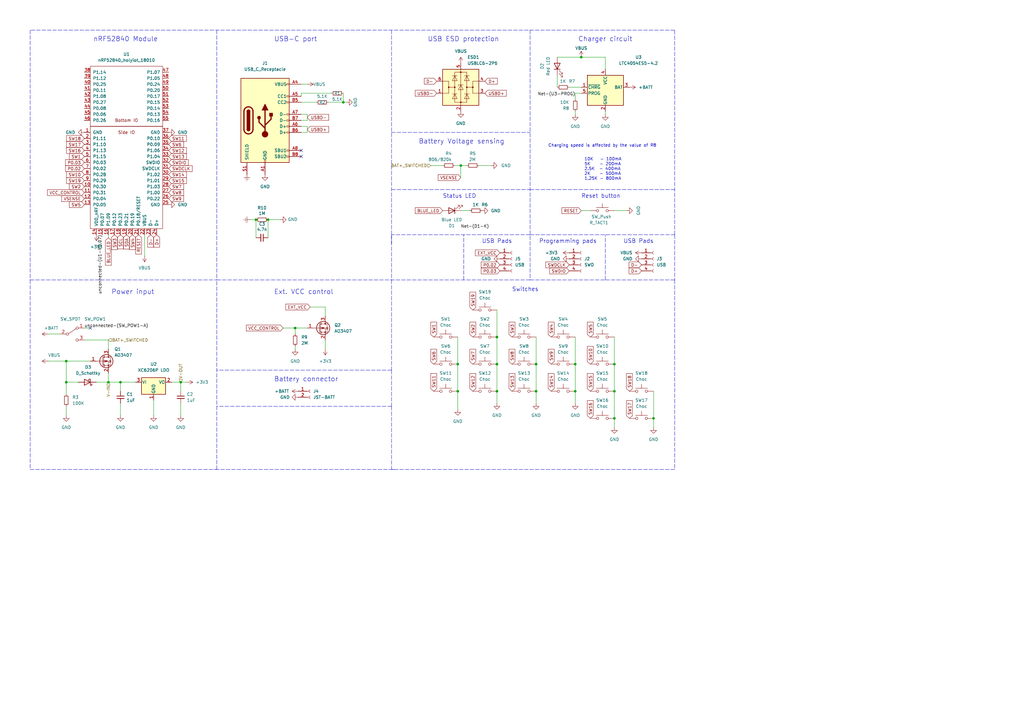
<source format=kicad_sch>
(kicad_sch (version 20231120) (generator "eeschema") (generator_version "8.0")
  (paper "User" 431.8 299.999)
  (lib_symbols
    (symbol "Battery_Management:LTC4054ES5-4.2" (pin_names (offset 0.254))
      (property "Reference" "U" (at -5.842 6.604 0))
      (property "Value" "LTC4054ES5-4.2" (at 1.524 6.604 0))
      (symbol "LTC4054ES5-4.2_1_1"
        (pin open_collector line (at -10.16 0 0) (length 2.54) (name "~{CHRG}") (number "1"))
        (pin power_in line (at 0 -10.16 90) (length 2.54) (name "GND") (number "2"))
        (pin power_out line (at 10.16 0 180) (length 2.54) (name "BAT") (number "3"))
        (pin power_in line (at 0 7.62 270) (length 2.54) (name "VCC") (number "4"))
        (pin bidirectional line (at -10.16 -2.54 0) (length 2.54) (name "PROG") (number "5"))
      )
    )
    (symbol "Connector:Conn_01x02_Female" (pin_names (offset 1.016) hide)
      (property "Reference" "J" (at 0 2.54 0))
      (property "Value" "Conn_01x02_Female" (at 0 -5.08 0))
      (symbol "Conn_01x02_Female_1_1"
        (pin passive line (at -5.08 0 0) (length 3.81) (name "Pin_1") (number "1"))
        (pin passive line (at -5.08 -2.54 0) (length 3.81) (name "Pin_2") (number "2"))
      )
    )
    (symbol "Connector:Conn_01x04_Female" (pin_names (offset 1.016) hide)
      (property "Reference" "J" (at 0 5.08 0))
      (property "Value" "Conn_01x04_Female" (at 0 -7.62 0))
      (symbol "Conn_01x04_Female_1_1"
        (pin passive line (at -5.08 2.54 0) (length 3.81) (name "Pin_1") (number "1"))
        (pin passive line (at -5.08 0 0) (length 3.81) (name "Pin_2") (number "2"))
        (pin passive line (at -5.08 -2.54 0) (length 3.81) (name "Pin_3") (number "3"))
        (pin passive line (at -5.08 -5.08 0) (length 3.81) (name "Pin_4") (number "4"))
      )
    )
    (symbol "Connector:USB_C_Receptacle_USB2.0" (pin_names (offset 1.016))
      (property "Reference" "J" (at -10.16 19.05 0))
      (property "Value" "USB_C_Receptacle_USB2.0" (at 19.05 19.05 0))
      (symbol "USB_C_Receptacle_USB2.0_1_1"
        (pin passive line (at 0 -22.86 90) (length 5.08) (name "GND") (number "A1"))
        (pin passive line (at 0 -22.86 90) (length 5.08) hide (name "GND") (number "A12"))
        (pin passive line (at 15.24 15.24 180) (length 5.08) (name "VBUS") (number "A4"))
        (pin bidirectional line (at 15.24 10.16 180) (length 5.08) (name "CC1") (number "A5"))
        (pin bidirectional line (at 15.24 -2.54 180) (length 5.08) (name "D+") (number "A6"))
        (pin bidirectional line (at 15.24 2.54 180) (length 5.08) (name "D-") (number "A7"))
        (pin bidirectional line (at 15.24 -12.7 180) (length 5.08) (name "SBU1") (number "A8"))
        (pin passive line (at 15.24 15.24 180) (length 5.08) hide (name "VBUS") (number "A9"))
        (pin passive line (at 0 -22.86 90) (length 5.08) hide (name "GND") (number "B1"))
        (pin passive line (at 0 -22.86 90) (length 5.08) hide (name "GND") (number "B12"))
        (pin passive line (at 15.24 15.24 180) (length 5.08) hide (name "VBUS") (number "B4"))
        (pin bidirectional line (at 15.24 7.62 180) (length 5.08) (name "CC2") (number "B5"))
        (pin bidirectional line (at 15.24 -5.08 180) (length 5.08) (name "D+") (number "B6"))
        (pin bidirectional line (at 15.24 0 180) (length 5.08) (name "D-") (number "B7"))
        (pin bidirectional line (at 15.24 -15.24 180) (length 5.08) (name "SBU2") (number "B8"))
        (pin passive line (at 15.24 15.24 180) (length 5.08) hide (name "VBUS") (number "B9"))
        (pin passive line (at -7.62 -22.86 90) (length 5.08) (name "SHIELD") (number "S1"))
      )
    )
    (symbol "Device:C_Small" (pin_numbers hide) (pin_names (offset 0.254) hide)
      (property "Reference" "C" (at 0.254 1.778 0))
      (property "Value" "C_Small" (at 0.254 -2.032 0))
      (symbol "C_Small_1_1"
        (pin passive line (at 0 2.54 270) (length 2.032) (name "~") (number "1"))
        (pin passive line (at 0 -2.54 90) (length 2.032) (name "~") (number "2"))
      )
    )
    (symbol "Device:D_Schottky" (pin_numbers hide) (pin_names (offset 1.016) hide)
      (property "Reference" "D" (at 0 2.54 0))
      (property "Value" "D_Schottky" (at 0 -2.54 0))
      (symbol "D_Schottky_1_1"
        (pin passive line (at -3.81 0 0) (length 2.54) (name "K") (number "1"))
        (pin passive line (at 3.81 0 180) (length 2.54) (name "A") (number "2"))
      )
    )
    (symbol "Device:LED" (pin_numbers hide) (pin_names (offset 1.016) hide)
      (property "Reference" "D" (at 0 2.54 0))
      (property "Value" "LED" (at 0 -2.54 0))
      (symbol "LED_1_1"
        (pin passive line (at -3.81 0 0) (length 2.54) (name "K") (number "1"))
        (pin passive line (at 3.81 0 180) (length 2.54) (name "A") (number "2"))
      )
    )
    (symbol "Device:R_Small" (pin_numbers hide) (pin_names (offset 0.254) hide)
      (property "Reference" "R" (at 0.762 0.508 0))
      (property "Value" "R_Small" (at 0.762 -1.016 0))
      (symbol "R_Small_1_1"
        (pin passive line (at 0 2.54 270) (length 0.762) (name "~") (number "1"))
        (pin passive line (at 0 -2.54 90) (length 0.762) (name "~") (number "2"))
      )
    )
    (symbol "Power_Protection:USBLC6-2P6" (pin_names hide)
      (property "Reference" "U" (at 2.54 8.89 0))
      (property "Value" "USBLC6-2P6" (at 2.54 -8.89 0))
      (symbol "USBLC6-2P6_1_1"
        (pin passive line (at -10.16 -2.54 0) (length 2.54) (name "I/O1") (number "1"))
        (pin passive line (at 0 -10.16 90) (length 2.54) (name "GND") (number "2"))
        (pin passive line (at 10.16 -2.54 180) (length 2.54) (name "I/O2") (number "3"))
        (pin passive line (at 10.16 2.54 180) (length 2.54) (name "I/O2") (number "4"))
        (pin passive line (at 0 10.16 270) (length 2.54) (name "VBUS") (number "5"))
        (pin passive line (at -10.16 2.54 0) (length 2.54) (name "I/O1") (number "6"))
      )
    )
    (symbol "Switch:SW_Push" (pin_numbers hide) (pin_names (offset 1.016) hide)
      (property "Reference" "SW" (at 1.27 2.54 0))
      (property "Value" "SW_Push" (at 0 -1.524 0))
      (symbol "SW_Push_0_1"
        (pin passive line (at -5.08 0 0) (length 2.54) (name "1") (number "1"))
        (pin passive line (at 5.08 0 180) (length 2.54) (name "2") (number "2"))
      )
    )
    (symbol "Switch:SW_SPDT" (pin_names (offset 0) hide)
      (property "Reference" "SW" (at 0 4.318 0))
      (property "Value" "SW_SPDT" (at 0 -5.08 0))
      (symbol "SW_SPDT_1_1"
        (pin passive line (at 5.08 2.54 180) (length 2.54) (name "A") (number "1"))
        (pin passive line (at -5.08 0 0) (length 2.54) (name "B") (number "2"))
        (pin passive line (at 5.08 -2.54 180) (length 2.54) (name "C") (number "3"))
      )
    )
    (symbol "Transistor_FET:AO3401A" (pin_names hide)
      (property "Reference" "Q" (at 5.08 1.905 0))
      (property "Value" "AO3401A" (at 5.08 0 0))
      (symbol "AO3401A_1_1"
        (pin input line (at -5.08 0 0) (length 2.54) (name "G") (number "1"))
        (pin passive line (at 2.54 -5.08 90) (length 2.54) (name "S") (number "2"))
        (pin passive line (at 2.54 5.08 270) (length 2.54) (name "D") (number "3"))
      )
    )
    (symbol "kicad-keyboard-parts:XC6206PxxxMR-Regulator_Linear" (pin_names (offset 0.254))
      (property "Reference" "U" (at -3.81 3.175 0))
      (property "Value" "XC6206PxxxMR-Regulator_Linear" (at 0 3.175 0))
      (property "LCSC" "C5446" (at 0 0 0))
      (symbol "XC6206PxxxMR-Regulator_Linear_1_1"
        (pin power_in line (at 0 -7.62 90) (length 2.54) (name "GND") (number "1"))
        (pin power_out line (at 7.62 0 180) (length 2.54) (name "VO") (number "2"))
        (pin power_in line (at -7.62 0 0) (length 2.54) (name "VI") (number "3"))
      )
    )
    (symbol "kicad-keyboard-parts:nRF52840_holyiot_18010" (pin_names (offset 1.016))
      (property "Reference" "U" (at -2.54 39.37 0))
      (property "Value" "nRF52840_holyiot_18010" (at 0 36.83 0))
      (symbol "nRF52840_holyiot_18010_0_0"
        (text "Bottom IO" (at 0 11.43 0) (effects (font (size 1.27 1.27))))
        (text "Side IO" (at 0 6.35 0) (effects (font (size 1.27 1.27))))
      )
      (symbol "nRF52840_holyiot_18010_1_1"
        (pin power_in line (at -17.78 6.35 0) (length 2.54) (name "GND") (number "1"))
        (pin bidirectional line (at -17.78 -16.51 0) (length 2.54) (name "P0.30") (number "10"))
        (pin bidirectional line (at -17.78 -19.05 0) (length 2.54) (name "P0.31") (number "11"))
        (pin bidirectional line (at -17.78 -21.59 0) (length 2.54) (name "P0.04") (number "12"))
        (pin bidirectional line (at -17.78 -24.13 0) (length 2.54) (name "P0.05") (number "13"))
        (pin power_in line (at -12.7 -36.83 90) (length 2.54) (name "VDD_nRF") (number "14"))
        (pin bidirectional line (at -10.16 -36.83 90) (length 2.54) (name "P0.07") (number "15"))
        (pin bidirectional line (at -7.62 -36.83 90) (length 2.54) (name "P1.09") (number "16"))
        (pin bidirectional line (at -5.08 -36.83 90) (length 2.54) (name "P0.12") (number "17"))
        (pin bidirectional line (at -2.54 -36.83 90) (length 2.54) (name "P0.23") (number "18"))
        (pin bidirectional line (at 0 -36.83 90) (length 2.54) (name "P0.21") (number "19"))
        (pin bidirectional line (at -17.78 3.81 0) (length 2.54) (name "P1.11") (number "2"))
        (pin bidirectional line (at 2.54 -36.83 90) (length 2.54) (name "P0.19") (number "20"))
        (pin input line (at 5.08 -36.83 90) (length 2.54) (name "P0.18/RESET") (number "21"))
        (pin power_in line (at 7.62 -36.83 90) (length 2.54) (name "VBUS") (number "22"))
        (pin bidirectional line (at 10.16 -36.83 90) (length 2.54) (name "D-") (number "23"))
        (pin bidirectional line (at 12.7 -36.83 90) (length 2.54) (name "D+") (number "24"))
        (pin power_in line (at 17.78 -24.13 180) (length 2.54) (name "GND") (number "25"))
        (pin bidirectional line (at 17.78 -21.59 180) (length 2.54) (name "P0.22") (number "26"))
        (pin bidirectional line (at 17.78 -19.05 180) (length 2.54) (name "P1.00") (number "27"))
        (pin bidirectional line (at 17.78 -16.51 180) (length 2.54) (name "P1.03") (number "28"))
        (pin bidirectional line (at 17.78 -13.97 180) (length 2.54) (name "P1.01") (number "29"))
        (pin bidirectional line (at -17.78 1.27 0) (length 2.54) (name "P1.10") (number "3"))
        (pin bidirectional line (at 17.78 -11.43 180) (length 2.54) (name "P1.02") (number "30"))
        (pin bidirectional line (at 17.78 -8.89 180) (length 2.54) (name "SWDCLK") (number "31"))
        (pin bidirectional line (at 17.78 -6.35 180) (length 2.54) (name "SWDIO") (number "32"))
        (pin bidirectional line (at 17.78 -3.81 180) (length 2.54) (name "P1.04") (number "33"))
        (pin bidirectional line (at 17.78 -1.27 180) (length 2.54) (name "P1.06") (number "34"))
        (pin bidirectional line (at 17.78 1.27 180) (length 2.54) (name "P0.09") (number "35"))
        (pin bidirectional line (at 17.78 3.81 180) (length 2.54) (name "P0.10") (number "36"))
        (pin power_in line (at 17.78 6.35 180) (length 2.54) (name "GND") (number "37"))
        (pin bidirectional line (at -17.78 31.75 0) (length 2.54) (name "P1.14") (number "38"))
        (pin bidirectional line (at -17.78 29.21 0) (length 2.54) (name "P1.12") (number "39"))
        (pin bidirectional line (at -17.78 -1.27 0) (length 2.54) (name "P1.13") (number "4"))
        (pin bidirectional line (at -17.78 26.67 0) (length 2.54) (name "P0.25") (number "40"))
        (pin bidirectional line (at -17.78 24.13 0) (length 2.54) (name "P0.11") (number "41"))
        (pin bidirectional line (at -17.78 21.59 0) (length 2.54) (name "P1.08") (number "42"))
        (pin bidirectional line (at -17.78 19.05 0) (length 2.54) (name "P0.27") (number "43"))
        (pin bidirectional line (at -17.78 16.51 0) (length 2.54) (name "P0.08") (number "44"))
        (pin bidirectional line (at -17.78 13.97 0) (length 2.54) (name "P0.06") (number "45"))
        (pin bidirectional line (at -17.78 11.43 0) (length 2.54) (name "P0.26") (number "46"))
        (pin bidirectional line (at 17.78 31.75 180) (length 2.54) (name "P1.07") (number "47"))
        (pin bidirectional line (at 17.78 29.21 180) (length 2.54) (name "P1.05") (number "48"))
        (pin bidirectional line (at 17.78 26.67 180) (length 2.54) (name "P0.24") (number "49"))
        (pin bidirectional line (at -17.78 -3.81 0) (length 2.54) (name "P1.15") (number "5"))
        (pin bidirectional line (at 17.78 24.13 180) (length 2.54) (name "P0.20") (number "50"))
        (pin bidirectional line (at 17.78 21.59 180) (length 2.54) (name "P0.17") (number "51"))
        (pin bidirectional line (at 17.78 19.05 180) (length 2.54) (name "P0.15") (number "52"))
        (pin bidirectional line (at 17.78 16.51 180) (length 2.54) (name "P0.14") (number "53"))
        (pin bidirectional line (at 17.78 13.97 180) (length 2.54) (name "P0.13") (number "54"))
        (pin bidirectional line (at 17.78 11.43 180) (length 2.54) (name "P0.16") (number "55"))
        (pin bidirectional line (at -17.78 -6.35 0) (length 2.54) (name "P0.03") (number "6"))
        (pin bidirectional line (at -17.78 -8.89 0) (length 2.54) (name "P0.02") (number "7"))
        (pin bidirectional line (at -17.78 -11.43 0) (length 2.54) (name "P0.28") (number "8"))
        (pin bidirectional line (at -17.78 -13.97 0) (length 2.54) (name "P0.29") (number "9"))
      )
    )
    (symbol "power:+3.3V" (power) (pin_names (offset 0))
      (property "Value" "+3.3V" (at 0 3.556 0))
      (symbol "+3.3V_1_1"
        (pin power_in line (at 0 0 90) (length 0) hide (name "+3V3") (number "1"))
      )
    )
    (symbol "power:+BATT" (power) (pin_names (offset 0))
      (property "Value" "+BATT" (at 0 3.556 0))
      (symbol "+BATT_1_1"
        (pin power_in line (at 0 0 90) (length 0) hide (name "+BATT") (number "1"))
      )
    )
    (symbol "power:Earth" (power) (pin_names (offset 0))
      (symbol "Earth_1_1"
        (pin power_in line (at 0 0 270) (length 0) hide (name "Earth") (number "1"))
      )
    )
    (symbol "power:GND" (power) (pin_names (offset 0))
      (property "Value" "GND" (at 0 -3.81 0))
      (symbol "GND_1_1"
        (pin power_in line (at 0 0 270) (length 0) hide (name "GND") (number "1"))
      )
    )
    (symbol "power:VBUS" (power) (pin_names (offset 0))
      (property "Value" "VBUS" (at 0 3.81 0))
      (symbol "VBUS_1_1"
        (pin power_in line (at 0 0 90) (length 0) hide (name "VBUS") (number "1"))
      )
    )
  )
  (junction (at 193.04 165.1))
  (junction (at 50.8 161.29))
  (junction (at 27.94 152.4))
  (junction (at 245.11 24.13))
  (junction (at 27.94 161.29))
  (junction (at 226.06 153.67))
  (junction (at 107.95 92.71))
  (junction (at 76.2 161.29))
  (junction (at 144.78 43.18))
  (junction (at 226.06 165.1))
  (junction (at 275.59 176.53))
  (junction (at 242.57 165.1))
  (junction (at 259.08 153.67))
  (junction (at 242.57 153.67))
  (junction (at 193.04 153.67))
  (junction (at 113.03 92.71))
  (junction (at 209.55 153.67))
  (junction (at 209.55 142.24))
  (junction (at 259.08 165.1))
  (junction (at 194.31 69.85))
  (junction (at 209.55 165.1))
  (junction (at 45.72 161.29))
  (junction (at 124.46 138.43))
  (junction (at 259.08 176.53))
  (no_connect (at 38.1 138.43))
  (no_connect (at 127 63.5))
  (no_connect (at 127 66.04))
  (polyline (pts (xy 12.7 118.11) (xy 91.44 118.11)) (stroke (width 0) (type dash)))
  (polyline (pts (xy 91.44 12.7) (xy 91.44 118.11)) (stroke (width 0) (type dash)))
  (wire (pts (xy 76.2 161.29) (xy 76.2 165.1)))
  (wire (pts (xy 124.46 138.43) (xy 129.54 138.43)))
  (wire (pts (xy 119.38 138.43) (xy 124.46 138.43)))
  (wire (pts (xy 127 50.8) (xy 129.54 50.8)))
  (wire (pts (xy 209.55 165.1) (xy 209.55 170.18)))
  (wire (pts (xy 50.8 170.18) (xy 50.8 175.26)))
  (wire (pts (xy 50.8 161.29) (xy 50.8 165.1)))
  (polyline (pts (xy 195.58 118.11) (xy 195.58 99.06)) (stroke (width 0) (type dash)))
  (wire (pts (xy 194.31 69.85) (xy 196.85 69.85)))
  (wire (pts (xy 191.77 69.85) (xy 194.31 69.85)))
  (wire (pts (xy 60.96 99.06) (xy 60.96 107.95)))
  (wire (pts (xy 193.04 142.24) (xy 193.04 153.67)))
  (polyline (pts (xy 223.52 118.11) (xy 255.27 118.11)) (stroke (width 0) (type dash)))
  (polyline (pts (xy 255.27 118.11) (xy 255.27 99.06)) (stroke (width 0) (type dash)))
  (wire (pts (xy 137.16 147.32) (xy 137.16 143.51)))
  (wire (pts (xy 275.59 165.1) (xy 275.59 176.53)))
  (wire (pts (xy 127 39.37) (xy 127 40.64)))
  (wire (pts (xy 209.55 130.81) (xy 209.55 142.24)))
  (polyline (pts (xy 165.1 80.01) (xy 223.52 80.01)) (stroke (width 0) (type dash)))
  (wire (pts (xy 194.31 88.9) (xy 198.12 88.9)))
  (wire (pts (xy 242.57 153.67) (xy 242.57 165.1)))
  (wire (pts (xy 35.56 143.51) (xy 45.72 143.51)))
  (wire (pts (xy 113.03 100.33) (xy 113.03 92.71)))
  (wire (pts (xy 240.03 36.83) (xy 245.11 36.83)))
  (wire (pts (xy 242.57 46.99) (xy 242.57 48.26)))
  (wire (pts (xy 245.11 24.13) (xy 255.27 24.13)))
  (wire (pts (xy 27.94 175.26) (xy 27.94 171.45)))
  (wire (pts (xy 275.59 176.53) (xy 275.59 180.34)))
  (wire (pts (xy 194.31 69.85) (xy 194.31 74.93)))
  (wire (pts (xy 76.2 161.29) (xy 78.74 161.29)))
  (wire (pts (xy 72.39 161.29) (xy 76.2 161.29)))
  (wire (pts (xy 113.03 92.71) (xy 118.11 92.71)))
  (wire (pts (xy 139.7 39.37) (xy 127 39.37)))
  (wire (pts (xy 25.4 140.97) (xy 20.32 140.97)))
  (polyline (pts (xy 165.1 99.06) (xy 165.1 102.87)) (stroke (width 0) (type dash)))
  (polyline (pts (xy 223.52 99.06) (xy 165.1 99.06)) (stroke (width 0) (type dash)))
  (polyline (pts (xy 165.1 156.21) (xy 91.44 156.21)) (stroke (width 0) (type dash)))
  (polyline (pts (xy 165.1 118.11) (xy 165.1 156.21)) (stroke (width 0) (type dash)))
  (wire (pts (xy 20.32 152.4) (xy 27.94 152.4)))
  (wire (pts (xy 27.94 152.4) (xy 38.1 152.4)))
  (wire (pts (xy 76.2 170.18) (xy 76.2 175.26)))
  (wire (pts (xy 124.46 138.43) (xy 124.46 140.97)))
  (wire (pts (xy 107.95 92.71) (xy 107.95 100.33)))
  (wire (pts (xy 50.8 161.29) (xy 57.15 161.29)))
  (wire (pts (xy 40.64 161.29) (xy 45.72 161.29)))
  (wire (pts (xy 45.72 161.29) (xy 50.8 161.29)))
  (wire (pts (xy 45.72 157.48) (xy 45.72 161.29)))
  (wire (pts (xy 226.06 142.24) (xy 226.06 153.67)))
  (wire (pts (xy 27.94 152.4) (xy 27.94 161.29)))
  (wire (pts (xy 27.94 161.29) (xy 27.94 166.37)))
  (polyline (pts (xy 165.1 55.88) (xy 223.52 55.88)) (stroke (width 0) (type dash)))
  (wire (pts (xy 245.11 39.37) (xy 242.57 39.37)))
  (wire (pts (xy 242.57 39.37) (xy 242.57 41.91)))
  (wire (pts (xy 45.72 99.06) (xy 45.72 100.33)))
  (wire (pts (xy 130.81 129.54) (xy 137.16 129.54)))
  (wire (pts (xy 209.55 142.24) (xy 209.55 153.67)))
  (wire (pts (xy 27.94 161.29) (xy 33.02 161.29)))
  (wire (pts (xy 193.04 165.1) (xy 193.04 172.72)))
  (polyline (pts (xy 91.44 198.12) (xy 91.44 118.11)) (stroke (width 0) (type dash)))
  (polyline (pts (xy 12.7 118.11) (xy 12.7 198.12)) (stroke (width 0) (type dash)))
  (polyline (pts (xy 12.7 198.12) (xy 91.44 198.12)) (stroke (width 0) (type dash)))
  (wire (pts (xy 259.08 88.9) (xy 264.16 88.9)))
  (wire (pts (xy 201.93 69.85) (xy 207.01 69.85)))
  (wire (pts (xy 45.72 147.32) (xy 45.72 143.51)))
  (wire (pts (xy 105.41 92.71) (xy 107.95 92.71)))
  (polyline (pts (xy 284.48 12.7) (xy 12.7 12.7)) (stroke (width 0) (type dash)))
  (polyline (pts (xy 12.7 12.7) (xy 12.7 118.11)) (stroke (width 0) (type dash)))
  (polyline (pts (xy 284.48 99.06) (xy 284.48 12.7)) (stroke (width 0) (type dash)))
  (polyline (pts (xy 223.52 99.06) (xy 284.48 99.06)) (stroke (width 0) (type dash)))
  (wire (pts (xy 35.56 138.43) (xy 38.1 138.43)))
  (wire (pts (xy 234.95 31.75) (xy 234.95 36.83)))
  (wire (pts (xy 127 43.18) (xy 133.35 43.18)))
  (wire (pts (xy 226.06 153.67) (xy 226.06 165.1)))
  (wire (pts (xy 259.08 153.67) (xy 259.08 165.1)))
  (wire (pts (xy 242.57 142.24) (xy 242.57 153.67)))
  (wire (pts (xy 144.78 43.18) (xy 146.05 43.18)))
  (wire (pts (xy 144.78 39.37) (xy 144.78 43.18)))
  (wire (pts (xy 242.57 165.1) (xy 242.57 170.18)))
  (wire (pts (xy 209.55 153.67) (xy 209.55 165.1)))
  (wire (pts (xy 127 48.26) (xy 129.54 48.26)))
  (wire (pts (xy 259.08 176.53) (xy 259.08 180.34)))
  (wire (pts (xy 259.08 165.1) (xy 259.08 176.53)))
  (wire (pts (xy 255.27 48.26) (xy 255.27 46.99)))
  (wire (pts (xy 259.08 142.24) (xy 259.08 153.67)))
  (wire (pts (xy 193.04 153.67) (xy 193.04 165.1)))
  (wire (pts (xy 255.27 24.13) (xy 255.27 29.21)))
  (polyline (pts (xy 284.48 198.12) (xy 90.17 198.12)) (stroke (width 0) (type dash)))
  (polyline (pts (xy 284.48 118.11) (xy 284.48 198.12)) (stroke (width 0) (type dash)))
  (wire (pts (xy 129.54 48.26) (xy 129.54 50.8)))
  (wire (pts (xy 245.11 88.9) (xy 248.92 88.9)))
  (polyline (pts (xy 165.1 156.21) (xy 165.1 171.45)) (stroke (width 0) (type dash)))
  (polyline (pts (xy 165.1 171.45) (xy 91.44 171.45)) (stroke (width 0) (type dash)))
  (wire (pts (xy 64.77 168.91) (xy 64.77 175.26)))
  (wire (pts (xy 181.61 69.85) (xy 186.69 69.85)))
  (polyline (pts (xy 284.48 99.06) (xy 284.48 118.11)) (stroke (width 0) (type dash)))
  (polyline (pts (xy 284.48 118.11) (xy 255.27 118.11)) (stroke (width 0) (type dash)))
  (wire (pts (xy 127 35.56) (xy 129.54 35.56)))
  (wire (pts (xy 226.06 165.1) (xy 226.06 170.18)))
  (polyline (pts (xy 91.44 118.11) (xy 165.1 118.11)) (stroke (width 0) (type dash)))
  (polyline (pts (xy 165.1 12.7) (xy 165.1 118.11)) (stroke (width 0) (type dash)))
  (polyline (pts (xy 165.1 171.45) (xy 165.1 198.12)) (stroke (width 0) (type dash)))
  (polyline (pts (xy 165.1 198.12) (xy 166.37 198.12)) (stroke (width 0) (type dash)))
  (polyline (pts (xy 223.52 118.11) (xy 165.1 118.11)) (stroke (width 0) (type dash)))
  (polyline (pts (xy 223.52 12.7) (xy 223.52 118.11)) (stroke (width 0) (type dash)))
  (wire (pts (xy 137.16 129.54) (xy 137.16 133.35)))
  (wire (pts (xy 124.46 147.32) (xy 124.46 146.05)))
  (wire (pts (xy 234.95 24.13) (xy 245.11 24.13)))
  (wire (pts (xy 144.78 43.18) (xy 138.43 43.18)))
  (wire (pts (xy 129.54 53.34) (xy 129.54 55.88)))
  (polyline (pts (xy 223.52 80.01) (xy 284.48 80.01)) (stroke (width 0) (type dash)))
  (wire (pts (xy 127 55.88) (xy 129.54 55.88)))
  (wire (pts (xy 127 53.34) (xy 129.54 53.34)))
  (text "Status LED" (at 186.69 83.82 0) (effects (font (size 1.7 1.7)) (justify left bottom)))
  (text "Battery Voltage sensing" (at 176.53 60.96 0) (effects (font (size 2 2)) (justify left bottom)))
  (text "10K   - 100mA\n5K    - 200mA\n2.5K  - 400mA\n2K    - 500mA\n1.25K - 800mA" (at 246.38 76.2 0) (effects (font (size 1.27 1.27)) (justify left bottom)))
  (text "USB-C port" (at 115.57 17.78 0) (effects (font (size 2 2)) (justify left bottom)))
  (text "Battery connector" (at 115.57 161.29 0) (effects (font (size 2 2)) (justify left bottom)))
  (text "Charger circuit" (at 243.84 17.78 0) (effects (font (size 2 2)) (justify left bottom)))
  (text "Switches" (at 215.9 123.19 0) (effects (font (size 1.7 1.7)) (justify left bottom)))
  (text "USB ESD protection" (at 180.34 17.78 0) (effects (font (size 2 2)) (justify left bottom)))
  (text "USB Pads" (at 262.89 102.87 0) (effects (font (size 1.7 1.7)) (justify left bottom)))
  (text "Programming pads" (at 227.33 102.87 0) (effects (font (size 1.7 1.7)) (justify left bottom)))
  (text "nRF52840 Module" (at 39.37 17.78 0) (effects (font (size 2 2)) (justify left bottom)))
  (text "Charging speed is affected by the value of R8" (at 231.14 62.23 0) (effects (font (size 1.27 1.27)) (justify left bottom)))
  (text "USB Pads" (at 203.2 102.87 0) (effects (font (size 1.7 1.7)) (justify left bottom)))
  (text "Reset button" (at 245.11 83.82 0) (effects (font (size 1.7 1.7)) (justify left bottom)))
  (text "Power input" (at 46.99 124.46 0) (effects (font (size 2 2)) (justify left bottom)))
  (text "Ext. VCC control" (at 115.57 124.46 0) (effects (font (size 2 2)) (justify left bottom)))
  (label "unconnected-(SW_POW1-A)" (at 35.56 138.43 0))
  (label "Net-(U3-PROG)" (at 242.57 40.64 180))
  (label "unconnected-(U1-P0.07)" (at 43.18 99.06 270))
  (label "Net-(D1-K)" (at 194.31 96.52 0))
  (global_label "BLUE_LED" (shape input) (at 186.69 88.9 180) (property "Intersheetrefs" "${INTERSHEET_REFS}" (effects (hide yes))))
  (global_label "USBD-" (shape input) (at 129.54 49.53 0) (property "Intersheetrefs" "${INTERSHEET_REFS}" (effects (hide yes))))
  (global_label "BLUE_LED" (shape input) (at 45.72 100.33 270) (property "Intersheetrefs" "${INTERSHEET_REFS}" (effects (hide yes))))
  (global_label "SWDCLK" (shape input) (at 240.03 111.76 180) (property "Intersheetrefs" "${INTERSHEET_REFS}" (effects (hide yes))))
  (global_label "SW2" (shape input) (at 199.39 142.24 90) (property "Intersheetrefs" "${INTERSHEET_REFS}" (effects (hide yes))))
  (global_label "SW6" (shape input) (at 182.88 153.67 90) (property "Intersheetrefs" "${INTERSHEET_REFS}" (effects (hide yes))))
  (global_label "SW17" (shape input) (at 35.56 60.96 180) (property "Intersheetrefs" "${INTERSHEET_REFS}" (effects (hide yes))))
  (global_label "P0.03" (shape input) (at 210.82 114.3 180) (property "Intersheetrefs" "${INTERSHEET_REFS}" (effects (hide yes))))
  (global_label "SW11" (shape input) (at 182.88 165.1 90) (property "Intersheetrefs" "${INTERSHEET_REFS}" (effects (hide yes))))
  (global_label "SW2" (shape input) (at 35.56 78.74 180) (property "Intersheetrefs" "${INTERSHEET_REFS}" (effects (hide yes))))
  (global_label "D-" (shape input) (at 270.51 111.76 180) (property "Intersheetrefs" "${INTERSHEET_REFS}" (effects (hide yes))))
  (global_label "SW19" (shape input) (at 199.39 130.81 90) (property "Intersheetrefs" "${INTERSHEET_REFS}" (effects (hide yes))))
  (global_label "SCL" (shape input) (at 50.8 99.06 270) (property "Intersheetrefs" "${INTERSHEET_REFS}" (effects (hide yes))))
  (global_label "SDA" (shape input) (at 53.34 99.06 270) (property "Intersheetrefs" "${INTERSHEET_REFS}" (effects (hide yes))))
  (global_label "SW10" (shape input) (at 248.92 153.67 90) (property "Intersheetrefs" "${INTERSHEET_REFS}" (effects (hide yes))))
  (global_label "SW19" (shape input) (at 35.56 76.2 180) (property "Intersheetrefs" "${INTERSHEET_REFS}" (effects (hide yes))))
  (global_label "SW18" (shape input) (at 35.56 58.42 180) (property "Intersheetrefs" "${INTERSHEET_REFS}" (effects (hide yes))))
  (global_label "SWDCLK" (shape input) (at 71.12 71.12 0) (property "Intersheetrefs" "${INTERSHEET_REFS}" (effects (hide yes))))
  (global_label "SW10" (shape input) (at 35.56 73.66 180) (property "Intersheetrefs" "${INTERSHEET_REFS}" (effects (hide yes))))
  (global_label "D-" (shape input) (at 184.15 34.29 180) (property "Intersheetrefs" "${INTERSHEET_REFS}" (effects (hide yes))))
  (global_label "USBD-" (shape input) (at 184.15 39.37 180) (property "Intersheetrefs" "${INTERSHEET_REFS}" (effects (hide yes))))
  (global_label "SW6" (shape input) (at 71.12 60.96 0) (property "Intersheetrefs" "${INTERSHEET_REFS}" (effects (hide yes))))
  (global_label "D-" (shape input) (at 63.5 99.06 270) (property "Intersheetrefs" "${INTERSHEET_REFS}" (effects (hide yes))))
  (global_label "SW11" (shape input) (at 71.12 58.42 0) (property "Intersheetrefs" "${INTERSHEET_REFS}" (effects (hide yes))))
  (global_label "VSENSE" (shape input) (at 35.56 83.82 180) (property "Intersheetrefs" "${INTERSHEET_REFS}" (effects (hide yes))))
  (global_label "SW4" (shape input) (at 232.41 142.24 90) (property "Intersheetrefs" "${INTERSHEET_REFS}" (effects (hide yes))))
  (global_label "SW14" (shape input) (at 71.12 73.66 0) (property "Intersheetrefs" "${INTERSHEET_REFS}" (effects (hide yes))))
  (global_label "SW15" (shape input) (at 248.92 165.1 90) (property "Intersheetrefs" "${INTERSHEET_REFS}" (effects (hide yes))))
  (global_label "SW3" (shape input) (at 48.26 99.06 270) (property "Intersheetrefs" "${INTERSHEET_REFS}" (effects (hide yes))))
  (global_label "VSENSE" (shape input) (at 194.31 74.93 180) (property "Intersheetrefs" "${INTERSHEET_REFS}" (effects (hide yes))))
  (global_label "USBD+" (shape input) (at 129.54 54.61 0) (property "Intersheetrefs" "${INTERSHEET_REFS}" (effects (hide yes))))
  (global_label "SW15" (shape input) (at 71.12 76.2 0) (property "Intersheetrefs" "${INTERSHEET_REFS}" (effects (hide yes))))
  (global_label "D+" (shape input) (at 66.04 99.06 270) (property "Intersheetrefs" "${INTERSHEET_REFS}" (effects (hide yes))))
  (global_label "SW13" (shape input) (at 71.12 66.04 0) (property "Intersheetrefs" "${INTERSHEET_REFS}" (effects (hide yes))))
  (global_label "SWDIO" (shape input) (at 71.12 68.58 0) (property "Intersheetrefs" "${INTERSHEET_REFS}" (effects (hide yes))))
  (global_label "SW12" (shape input) (at 71.12 63.5 0) (property "Intersheetrefs" "${INTERSHEET_REFS}" (effects (hide yes))))
  (global_label "SW1" (shape input) (at 182.88 142.24 90) (property "Intersheetrefs" "${INTERSHEET_REFS}" (effects (hide yes))))
  (global_label "EXT_VCC" (shape input) (at 210.82 106.68 180) (property "Intersheetrefs" "${INTERSHEET_REFS}" (effects (hide yes))))
  (global_label "D+" (shape input) (at 204.47 34.29 0) (property "Intersheetrefs" "${INTERSHEET_REFS}" (effects (hide yes))))
  (global_label "SW8" (shape input) (at 71.12 81.28 0) (property "Intersheetrefs" "${INTERSHEET_REFS}" (effects (hide yes))))
  (global_label "D+" (shape input) (at 270.51 114.3 180) (property "Intersheetrefs" "${INTERSHEET_REFS}" (effects (hide yes))))
  (global_label "SW17" (shape input) (at 265.43 176.53 90) (property "Intersheetrefs" "${INTERSHEET_REFS}" (effects (hide yes))))
  (global_label "SW7" (shape input) (at 199.39 153.67 90) (property "Intersheetrefs" "${INTERSHEET_REFS}" (effects (hide yes))))
  (global_label "SW9" (shape input) (at 71.12 83.82 0) (property "Intersheetrefs" "${INTERSHEET_REFS}" (effects (hide yes))))
  (global_label "SW16" (shape input) (at 248.92 176.53 90) (property "Intersheetrefs" "${INTERSHEET_REFS}" (effects (hide yes))))
  (global_label "P0.02" (shape input) (at 210.82 111.76 180) (property "Intersheetrefs" "${INTERSHEET_REFS}" (effects (hide yes))))
  (global_label "SW8" (shape input) (at 215.9 153.67 90) (property "Intersheetrefs" "${INTERSHEET_REFS}" (effects (hide yes))))
  (global_label "SW3" (shape input) (at 215.9 142.24 90) (property "Intersheetrefs" "${INTERSHEET_REFS}" (effects (hide yes))))
  (global_label "SW12" (shape input) (at 199.39 165.1 90) (property "Intersheetrefs" "${INTERSHEET_REFS}" (effects (hide yes))))
  (global_label "SW5" (shape input) (at 248.92 142.24 90) (property "Intersheetrefs" "${INTERSHEET_REFS}" (effects (hide yes))))
  (global_label "RESET" (shape input) (at 58.42 99.06 270) (property "Intersheetrefs" "${INTERSHEET_REFS}" (effects (hide yes))))
  (global_label "SW7" (shape input) (at 71.12 78.74 0) (property "Intersheetrefs" "${INTERSHEET_REFS}" (effects (hide yes))))
  (global_label "SW4" (shape input) (at 55.88 99.06 270) (property "Intersheetrefs" "${INTERSHEET_REFS}" (effects (hide yes))))
  (global_label "SW9" (shape input) (at 232.41 153.67 90) (property "Intersheetrefs" "${INTERSHEET_REFS}" (effects (hide yes))))
  (global_label "VCC_CONTROL" (shape input) (at 35.56 81.28 180) (property "Intersheetrefs" "${INTERSHEET_REFS}" (effects (hide yes))))
  (global_label "P0.03" (shape input) (at 35.56 68.58 180) (property "Intersheetrefs" "${INTERSHEET_REFS}" (effects (hide yes))))
  (global_label "VCC_CONTROL" (shape input) (at 119.38 138.43 180) (property "Intersheetrefs" "${INTERSHEET_REFS}" (effects (hide yes))))
  (global_label "SW16" (shape input) (at 35.56 63.5 180) (property "Intersheetrefs" "${INTERSHEET_REFS}" (effects (hide yes))))
  (global_label "SW14" (shape input) (at 232.41 165.1 90) (property "Intersheetrefs" "${INTERSHEET_REFS}" (effects (hide yes))))
  (global_label "SW1" (shape input) (at 35.56 66.04 180) (property "Intersheetrefs" "${INTERSHEET_REFS}" (effects (hide yes))))
  (global_label "SW5" (shape input) (at 35.56 86.36 180) (property "Intersheetrefs" "${INTERSHEET_REFS}" (effects (hide yes))))
  (global_label "SW18" (shape input) (at 265.43 165.1 90) (property "Intersheetrefs" "${INTERSHEET_REFS}" (effects (hide yes))))
  (global_label "USBD+" (shape input) (at 204.47 39.37 0) (property "Intersheetrefs" "${INTERSHEET_REFS}" (effects (hide yes))))
  (global_label "SWDIO" (shape input) (at 240.03 114.3 180) (property "Intersheetrefs" "${INTERSHEET_REFS}" (effects (hide yes))))
  (global_label "EXT_VCC" (shape input) (at 130.81 129.54 180) (property "Intersheetrefs" "${INTERSHEET_REFS}" (effects (hide yes))))
  (global_label "RESET" (shape input) (at 245.11 88.9 180) (property "Intersheetrefs" "${INTERSHEET_REFS}" (effects (hide yes))))
  (global_label "SW13" (shape input) (at 215.9 165.1 90) (property "Intersheetrefs" "${INTERSHEET_REFS}" (effects (hide yes))))
  (global_label "P0.02" (shape input) (at 35.56 71.12 180) (property "Intersheetrefs" "${INTERSHEET_REFS}" (effects (hide yes))))
  (hierarchical_label "BAT+_SWITCHED" (shape input) (at 181.61 69.85 180))
  (hierarchical_label "BAT+_SWITCHED" (shape input) (at 45.72 143.51 0))
  (hierarchical_label "V-IN" (shape input) (at 45.72 161.29 270))
  (hierarchical_label "V-OUT" (shape input) (at 76.2 161.29 90))
  (symbol (lib_id "Device:R_Small") (at 199.39 69.85 90) (unit 1)
    (property "Reference" "R5" (at 200.66 64.77 90) (effects (justify left)))
    (property "Value" "2M" (at 200.6599 67.31 90) (effects (justify left)))
    (property "Footprint" "Resistor_SMD:R_0603_1608Metric" (effects (hide yes)))
  )
  (symbol (lib_id "power:GND") (at 242.57 48.26 0) (unit 1)
    (property "Reference" "#PWR0134" (effects (hide yes)))
    (property "Value" "GND" (at 242.57 53.34 0))
  )
  (symbol (lib_id "Switch:SW_Push") (at 220.98 153.67 0) (unit 1)
    (property "Reference" "SW8" (at 220.98 146.05 0))
    (property "Value" "Choc" (at 220.98 148.59 0))
    (property "Footprint" "kiboard_cache:PG13500-reversible" (effects (hide yes)))
  )
  (symbol (lib_id "Battery_Management:LTC4054ES5-4.2") (at 255.27 36.83 0) (unit 1)
    (property "Reference" "U3" (at 269.24 24.13 0))
    (property "Value" "LTC4054ES5-4.2" (at 269.24 26.67 0))
    (property "Footprint" "Package_TO_SOT_SMD:TSOT-23-5" (effects (hide yes)))
    (property "Datasheet" "https://www.analog.com/media/en/technical-documentation/data-sheets/405442xf.pdf" (effects (hide yes)))
  )
  (symbol (lib_id "power:GND") (at 226.06 170.18 0) (unit 1)
    (property "Reference" "#PWR0140" (effects (hide yes)))
    (property "Value" "GND" (at 226.06 175.26 0))
  )
  (symbol (lib_id "power:GND") (at 111.76 73.66 0) (unit 1)
    (property "Reference" "#PWR0144" (effects (hide yes)))
    (property "Value" "GND" (at 111.76 78.74 0))
  )
  (symbol (lib_id "power:GND") (at 210.82 109.22 270) (unit 1)
    (property "Reference" "#PWR0114" (effects (hide yes)))
    (property "Value" "GND" (at 207.01 109.2199 90) (effects (justify right)))
  )
  (symbol (lib_id "Switch:SW_Push") (at 187.96 153.67 0) (unit 1)
    (property "Reference" "SW6" (at 187.96 146.05 0))
    (property "Value" "Choc" (at 187.96 148.59 0))
    (property "Footprint" "kiboard_cache:PG13500-reversible" (effects (hide yes)))
  )
  (symbol (lib_id "power:GND") (at 194.31 46.99 0) (unit 1)
    (property "Reference" "#PWR0136" (effects (hide yes)))
    (property "Value" "GND" (at 194.31 52.07 0))
  )
  (symbol (lib_id "Power_Protection:USBLC6-2P6") (at 194.31 36.83 0) (unit 1)
    (property "Reference" "ESD1" (at 197.0787 24.13 0) (effects (justify left)))
    (property "Value" "USBLC6-2P6" (at 197.0787 26.67 0) (effects (justify left)))
    (property "Footprint" "Package_TO_SOT_SMD:SOT-666" (effects (hide yes)))
    (property "Datasheet" "https://www.st.com/resource/en/datasheet/usblc6-2.pdf" (effects (hide yes)))
  )
  (symbol (lib_id "Switch:SW_Push") (at 254 88.9 0) (unit 1)
    (property "Reference" "R_TACT1" (at 256.54 93.98 0) (effects (justify right)))
    (property "Value" "SW_Push" (at 257.81 91.44 0) (effects (justify right)))
    (property "Footprint" "kiboard_cache:3-4-2_micro_tact_switch" (effects (hide yes)))
  )
  (symbol (lib_id "power:GND") (at 270.51 109.22 270) (unit 1)
    (property "Reference" "#PWR0127" (effects (hide yes)))
    (property "Value" "GND" (at 266.7 109.2199 90) (effects (justify right)))
  )
  (symbol (lib_id "power:GND") (at 76.2 175.26 0) (unit 1)
    (property "Reference" "#PWR0101" (effects (hide yes)))
    (property "Value" "GND" (at 76.2 180.34 0))
  )
  (symbol (lib_id "Device:R_Small") (at 124.46 143.51 0) (unit 1)
    (property "Reference" "R9" (at 127 142.24 0) (effects (justify left)))
    (property "Value" "2M" (at 127 144.7799 0) (effects (justify left)))
    (property "Footprint" "Resistor_SMD:R_0603_1608Metric" (effects (hide yes)))
  )
  (symbol (lib_id "Device:C_Small") (at 76.2 167.64 0) (unit 1)
    (property "Reference" "C2" (at 78.74 166.3762 0) (effects (justify left)))
    (property "Value" "1uF" (at 78.74 168.9162 0) (effects (justify left)))
    (property "Footprint" "Capacitor_SMD:C_0603_1608Metric" (effects (hide yes)))
  )
  (symbol (lib_id "kicad-keyboard-parts:nRF52840_holyiot_18010") (at 53.34 62.23 0) (unit 1)
    (property "Reference" "U1" (at 53.34 22.86 0))
    (property "Value" "nRF52840_holyiot_18010" (at 53.34 25.4 0))
    (property "Footprint" "nRF52840_holyiot_18010" (effects (hide yes)))
    (property "Datasheet" "http://www.holyiot.com/tp/2019042516322180424.pdf" (effects (hide yes)))
  )
  (symbol (lib_id "Switch:SW_Push") (at 254 165.1 0) (unit 1)
    (property "Reference" "SW15" (at 254 157.48 0))
    (property "Value" "Choc" (at 254 160.02 0))
    (property "Footprint" "kiboard_cache:PG13500-reversible" (effects (hide yes)))
  )
  (symbol (lib_id "Device:R_Small") (at 242.57 44.45 180) (unit 1)
    (property "Reference" "R8" (at 240.03 45.72 0) (effects (justify left)))
    (property "Value" "10K" (at 240.03 43.1801 0) (effects (justify left)))
    (property "Footprint" "Resistor_SMD:R_0603_1608Metric" (effects (hide yes)))
  )
  (symbol (lib_id "power:GND") (at 71.12 86.36 90) (unit 1)
    (property "Reference" "#PWR0115" (effects (hide yes)))
    (property "Value" "GND" (at 74.93 86.3599 90) (effects (justify right)))
  )
  (symbol (lib_id "power:+3.3V") (at 78.74 161.29 270) (unit 1)
    (property "Reference" "#PWR0102" (effects (hide yes)))
    (property "Value" "+3V3" (at 82.55 161.2899 90) (effects (justify left)))
  )
  (symbol (lib_id "Switch:SW_Push") (at 204.47 153.67 0) (unit 1)
    (property "Reference" "SW7" (at 204.47 146.05 0))
    (property "Value" "Choc" (at 204.47 148.59 0))
    (property "Footprint" "kiboard_cache:PG13500-reversible" (effects (hide yes)))
  )
  (symbol (lib_id "power:GND") (at 35.56 55.88 270) (unit 1)
    (property "Reference" "#PWR0117" (effects (hide yes)))
    (property "Value" "GND" (at 31.75 55.8799 90) (effects (justify right)))
  )
  (symbol (lib_id "power:VBUS") (at 20.32 152.4 90) (unit 1)
    (property "Reference" "#PWR0103" (effects (hide yes)))
    (property "Value" "VBUS" (at 25.4 149.86 90) (effects (justify left)))
  )
  (symbol (lib_id "Switch:SW_Push") (at 204.47 142.24 0) (unit 1)
    (property "Reference" "SW2" (at 204.47 134.62 0))
    (property "Value" "Choc" (at 204.47 137.16 0))
    (property "Footprint" "kiboard_cache:PG13500-reversible" (effects (hide yes)))
  )
  (symbol (lib_id "power:GND") (at 203.2 88.9 90) (unit 1)
    (property "Reference" "#PWR0131" (effects (hide yes)))
    (property "Value" "GND" (at 207.01 88.8999 90) (effects (justify right)))
  )
  (symbol (lib_id "power:Earth") (at 105.41 92.71 270) (unit 1)
    (property "Reference" "#PWR0116" (effects (hide yes)))
    (property "Value" "Earth" (effects (hide yes)))
  )
  (symbol (lib_id "Connector:Conn_01x04_Female") (at 215.9 109.22 0) (unit 1)
    (property "Reference" "J5" (at 217.17 109.2199 0) (effects (justify left)))
    (property "Value" "USB" (at 217.17 111.7599 0) (effects (justify left)))
    (property "Footprint" "Connector_PinHeader_2.00mm:PinHeader_1x04_P2.00mm_Vertical" (effects (hide yes)))
  )
  (symbol (lib_id "Transistor_FET:AO3401A") (at 134.62 138.43 0) (unit 1)
    (property "Reference" "Q2" (at 140.97 137.1599 0) (effects (justify left)))
    (property "Value" "AO3407" (at 140.97 139.6999 0) (effects (justify left)))
    (property "Footprint" "Package_TO_SOT_SMD:SOT-23" (effects (hide yes)))
    (property "Datasheet" "http://www.aosmd.com/pdfs/datasheet/AO3401A.pdf" (effects (hide yes)))
  )
  (symbol (lib_id "Connector:Conn_01x02_Female") (at 130.81 165.1 0) (unit 1)
    (property "Reference" "J4" (at 132.08 165.0999 0) (effects (justify left)))
    (property "Value" "JST-BATT" (at 132.08 167.6399 0) (effects (justify left)))
    (property "Footprint" "Connector_JST:JST_PH_S2B-PH-K_1x02_P2.00mm_Horizontal" (effects (hide yes)))
  )
  (symbol (lib_id "power:GND") (at 64.77 175.26 0) (unit 1)
    (property "Reference" "#PWR0106" (effects (hide yes)))
    (property "Value" "GND" (at 64.77 180.34 0))
  )
  (symbol (lib_id "Device:D_Schottky") (at 36.83 161.29 180) (unit 1)
    (property "Reference" "D3" (at 37.1475 154.94 0))
    (property "Value" "D_Schottky" (at 37.1475 157.48 0))
    (property "Footprint" "Diode_SMD:D_SOD-323" (effects (hide yes)))
  )
  (symbol (lib_id "Switch:SW_Push") (at 254 153.67 0) (unit 1)
    (property "Reference" "SW10" (at 254 146.05 0))
    (property "Value" "Choc" (at 254 148.59 0))
    (property "Footprint" "kiboard_cache:PG13500-reversible" (effects (hide yes)))
  )
  (symbol (lib_id "power:+3.3V") (at 137.16 147.32 180) (unit 1)
    (property "Reference" "#PWR0112" (effects (hide yes)))
    (property "Value" "+3V3" (at 137.16 152.4 0))
  )
  (symbol (lib_id "power:GND") (at 275.59 180.34 0) (unit 1)
    (property "Reference" "#PWR0142" (effects (hide yes)))
    (property "Value" "GND" (at 275.59 185.42 0))
  )
  (symbol (lib_id "power:GND") (at 255.27 48.26 0) (unit 1)
    (property "Reference" "#PWR0135" (effects (hide yes)))
    (property "Value" "GND" (at 255.27 53.34 0))
  )
  (symbol (lib_id "power:VBUS") (at 245.11 24.13 0) (unit 1)
    (property "Reference" "#PWR0123" (effects (hide yes)))
    (property "Value" "VBUS" (at 245.11 20.32 0))
  )
  (symbol (lib_id "Device:R_Small") (at 200.66 88.9 90) (unit 1)
    (property "Reference" "R6" (at 205.74 86.36 90) (effects (justify left)))
    (property "Value" "1K" (at 201.93 86.36 90) (effects (justify left)))
    (property "Footprint" "Resistor_SMD:R_0603_1608Metric" (effects (hide yes)))
  )
  (symbol (lib_id "Device:C_Small") (at 50.8 167.64 0) (unit 1)
    (property "Reference" "C1" (at 53.34 166.3762 0) (effects (justify left)))
    (property "Value" "1uF" (at 53.34 168.9162 0) (effects (justify left)))
    (property "Footprint" "Capacitor_SMD:C_0603_1608Metric" (effects (hide yes)))
  )
  (symbol (lib_id "power:VBUS") (at 129.54 35.56 270) (unit 1)
    (property "Reference" "#PWR0118" (effects (hide yes)))
    (property "Value" "VBUS" (at 134.62 35.56 90))
  )
  (symbol (lib_id "power:+3.3V") (at 40.64 99.06 180) (unit 1)
    (property "Reference" "#PWR0120" (effects (hide yes)))
    (property "Value" "+3V3" (at 40.64 104.14 0))
  )
  (symbol (lib_id "Device:R_Small") (at 189.23 69.85 90) (unit 1)
    (property "Reference" "R4" (at 190.5 64.77 90) (effects (justify left)))
    (property "Value" "806/820k" (at 190.4999 67.31 90) (effects (justify left)))
    (property "Footprint" "Resistor_SMD:R_0603_1608Metric" (effects (hide yes)))
  )
  (symbol (lib_id "Switch:SW_SPDT") (at 30.48 140.97 0) (unit 1)
    (property "Reference" "SW_POW1" (at 35.56 134.62 0) (effects (justify left)))
    (property "Value" "SW_SPDT" (at 25.4 134.62 0) (effects (justify left)))
    (property "Footprint" "Button_Switch_SMD:SW_SPDT_PCM12" (effects (hide yes)))
  )
  (symbol (lib_id "Device:R_Small") (at 135.89 43.18 90) (mirror x) (unit 1)
    (property "Reference" "R2" (at 135.89 43.18 90))
    (property "Value" "5.1K" (at 135.89 40.64 90))
    (property "Footprint" "Resistor_SMD:R_0603_1608Metric" (effects (hide yes)))
  )
  (symbol (lib_id "Switch:SW_Push") (at 254 176.53 0) (unit 1)
    (property "Reference" "SW16" (at 254 168.91 0))
    (property "Value" "Choc" (at 254 171.45 0))
    (property "Footprint" "kiboard_cache:PG13500-reversible" (effects (hide yes)))
  )
  (symbol (lib_id "power:GND") (at 240.03 109.22 270) (unit 1)
    (property "Reference" "#PWR0126" (effects (hide yes)))
    (property "Value" "GND" (at 236.22 109.2199 90) (effects (justify right)))
  )
  (symbol (lib_id "kicad-keyboard-parts:XC6206PxxxMR-Regulator_Linear") (at 64.77 161.29 0) (unit 1)
    (property "Reference" "U2" (at 64.77 153.67 0))
    (property "Value" "XC6206P LDO" (at 64.77 156.21 0))
    (property "Footprint" "Package_TO_SOT_SMD:SOT-23" (effects (hide yes)))
    (property "Datasheet" "https://www.torexsemi.com/file/xc6206/XC6206.pdf" (effects (hide yes)))
    (property "LCSC" "C5446" (effects (hide yes)))
  )
  (symbol (lib_id "power:GND") (at 118.11 92.71 90) (unit 1)
    (property "Reference" "#PWR0130" (effects (hide yes)))
    (property "Value" "GND" (at 121.3612 92.583 90) (effects (justify right)))
  )
  (symbol (lib_id "Switch:SW_Push") (at 237.49 153.67 0) (unit 1)
    (property "Reference" "SW9" (at 237.49 146.05 0))
    (property "Value" "Choc" (at 237.49 148.59 0))
    (property "Footprint" "kiboard_cache:PG13500-reversible" (effects (hide yes)))
  )
  (symbol (lib_id "power:+3.3V") (at 240.03 106.68 90) (unit 1)
    (property "Reference" "#PWR0125" (effects (hide yes)))
    (property "Value" "+3V3" (at 229.87 106.68 90) (effects (justify right)))
  )
  (symbol (lib_id "power:Earth") (at 104.14 73.66 0) (unit 1)
    (property "Reference" "#PWR0109" (effects (hide yes)))
    (property "Value" "Earth" (effects (hide yes)))
  )
  (symbol (lib_id "power:GND") (at 124.46 147.32 0) (unit 1)
    (property "Reference" "#PWR0111" (effects (hide yes)))
    (property "Value" "GND" (at 124.46 152.4 0))
  )
  (symbol (lib_id "Switch:SW_Push") (at 204.47 165.1 0) (unit 1)
    (property "Reference" "SW12" (at 204.47 157.48 0))
    (property "Value" "Choc" (at 204.47 160.02 0))
    (property "Footprint" "kiboard_cache:PG13500-reversible" (effects (hide yes)))
  )
  (symbol (lib_id "Device:R_Small") (at 142.24 39.37 90) (unit 1)
    (property "Reference" "R1" (at 142.24 39.37 90))
    (property "Value" "5.1K" (at 142.24 41.91 90))
    (property "Footprint" "Resistor_SMD:R_0603_1608Metric" (effects (hide yes)))
  )
  (symbol (lib_id "Device:R_Small") (at 110.49 92.71 270) (unit 1)
    (property "Reference" "R10" (at 110.49 87.7316 90))
    (property "Value" "1M" (at 110.49 90.043 90))
    (property "Footprint" "Resistor_SMD:R_0603_1608Metric" (effects (hide yes)))
  )
  (symbol (lib_id "Switch:SW_Push") (at 254 142.24 0) (unit 1)
    (property "Reference" "SW5" (at 254 134.62 0))
    (property "Value" "Choc" (at 254 137.16 0))
    (property "Footprint" "kiboard_cache:PG13500-reversible" (effects (hide yes)))
  )
  (symbol (lib_id "power:GND") (at 71.12 55.88 90) (unit 1)
    (property "Reference" "#PWR0119" (effects (hide yes)))
    (property "Value" "GND" (at 74.93 55.8799 90) (effects (justify right)))
  )
  (symbol (lib_id "power:VBUS") (at 194.31 26.67 0) (unit 1)
    (property "Reference" "#PWR0122" (effects (hide yes)))
    (property "Value" "VBUS" (at 194.31 21.59 0))
  )
  (symbol (lib_id "Device:LED") (at 190.5 88.9 180) (unit 1)
    (property "Reference" "D1" (at 190.5 95.25 0))
    (property "Value" "Blue LED" (at 190.5 92.71 0))
    (property "Footprint" "kiboard_cache:LED_0603_1608Metric_shinethrough" (effects (hide yes)))
  )
  (symbol (lib_id "Device:C_Small") (at 110.49 100.33 270) (unit 1)
    (property "Reference" "C3" (at 110.49 94.5134 90))
    (property "Value" "4.7n" (at 110.49 96.8248 90))
    (property "Footprint" "Capacitor_SMD:C_0805_2012Metric" (effects (hide yes)))
  )
  (symbol (lib_id "power:VBUS") (at 60.96 107.95 0) (mirror x) (unit 1)
    (property "Reference" "#PWR0121" (effects (hide yes)))
    (property "Value" "VBUS" (at 60.96 113.03 0))
  )
  (symbol (lib_id "power:GND") (at 193.04 172.72 0) (unit 1)
    (property "Reference" "#PWR0139" (effects (hide yes)))
    (property "Value" "GND" (at 193.04 177.8 0))
  )
  (symbol (lib_id "Switch:SW_Push") (at 187.96 142.24 0) (unit 1)
    (property "Reference" "SW1" (at 187.96 134.62 0))
    (property "Value" "Choc" (at 187.96 137.16 0))
    (property "Footprint" "kiboard_cache:PG13500-reversible" (effects (hide yes)))
  )
  (symbol (lib_id "power:GND") (at 27.94 175.26 0) (unit 1)
    (property "Reference" "#PWR0105" (effects (hide yes)))
    (property "Value" "GND" (at 27.94 180.34 0))
  )
  (symbol (lib_id "Connector:Conn_01x04_Female") (at 275.59 109.22 0) (unit 1)
    (property "Reference" "J3" (at 276.86 109.2199 0) (effects (justify left)))
    (property "Value" "USB" (at 276.86 111.7599 0) (effects (justify left)))
    (property "Footprint" "Connector_PinSocket_2.00mm:PinSocket_1x04_P2.00mm_Vertical" (effects (hide yes)))
  )
  (symbol (lib_id "Device:LED") (at 234.95 27.94 90) (unit 1)
    (property "Reference" "D2" (at 228.6 27.94 0))
    (property "Value" "Red LED" (at 231.14 27.94 0))
    (property "Footprint" "LED_SMD:LED_0603_1608Metric" (effects (hide yes)))
  )
  (symbol (lib_id "Switch:SW_Push") (at 270.51 165.1 0) (unit 1)
    (property "Reference" "SW18" (at 270.51 157.48 0))
    (property "Value" "Choc" (at 270.51 160.02 0))
    (property "Footprint" "kiboard_cache:PG13500-reversible" (effects (hide yes)))
  )
  (symbol (lib_id "power:GND") (at 146.05 43.18 90) (unit 1)
    (property "Reference" "#PWR0137" (effects (hide yes)))
    (property "Value" "GND" (at 149.86 43.18 0))
  )
  (symbol (lib_id "Connector:Conn_01x04_Female") (at 245.11 109.22 0) (unit 1)
    (property "Reference" "J2" (at 246.38 109.2199 0) (effects (justify left)))
    (property "Value" "SWD" (at 246.38 111.7599 0) (effects (justify left)))
    (property "Footprint" "Connector_PinSocket_2.00mm:PinSocket_1x04_P2.00mm_Vertical" (effects (hide yes)))
  )
  (symbol (lib_id "Connector:USB_C_Receptacle_USB2.0") (at 111.76 50.8 0) (unit 1)
    (property "Reference" "J1" (at 111.76 26.67 0))
    (property "Value" "USB_C_Receptacle" (at 111.76 29.21 0))
    (property "Footprint" "footprints:USB-C-12-Pin-MidMount" (effects (hide yes)))
    (property "Datasheet" "https://www.usb.org/sites/default/files/documents/usb_type-c.zip" (effects (hide yes)))
  )
  (symbol (lib_id "power:GND") (at 125.73 167.64 270) (unit 1)
    (property "Reference" "#PWR0113" (effects (hide yes)))
    (property "Value" "GND" (at 118.11 167.64 90) (effects (justify left)))
  )
  (symbol (lib_id "Switch:SW_Push") (at 270.51 176.53 0) (unit 1)
    (property "Reference" "SW17" (at 270.51 168.91 0))
    (property "Value" "Choc" (at 270.51 171.45 0))
    (property "Footprint" "kiboard_cache:PG13500-reversible" (effects (hide yes)))
  )
  (symbol (lib_id "power:GND") (at 209.55 170.18 0) (unit 1)
    (property "Reference" "#PWR0138" (effects (hide yes)))
    (property "Value" "GND" (at 209.55 175.26 0))
  )
  (symbol (lib_id "power:VBUS") (at 270.51 106.68 90) (unit 1)
    (property "Reference" "#PWR0128" (effects (hide yes)))
    (property "Value" "VBUS" (at 266.7 106.6799 90) (effects (justify left)))
  )
  (symbol (lib_id "power:GND") (at 259.08 180.34 0) (unit 1)
    (property "Reference" "#PWR0143" (effects (hide yes)))
    (property "Value" "GND" (at 259.08 185.42 0))
  )
  (symbol (lib_id "power:GND") (at 207.01 69.85 90) (unit 1)
    (property "Reference" "#PWR0132" (effects (hide yes)))
    (property "Value" "GND" (at 213.36 69.85 90))
  )
  (symbol (lib_id "Device:R_Small") (at 27.94 168.91 0) (unit 1)
    (property "Reference" "R3" (at 30.48 167.6399 0) (effects (justify left)))
    (property "Value" "100K" (at 30.48 170.1799 0) (effects (justify left)))
    (property "Footprint" "Resistor_SMD:R_0603_1608Metric" (effects (hide yes)))
  )
  (symbol (lib_id "Transistor_FET:AO3401A") (at 43.18 152.4 0) (unit 1)
    (property "Reference" "Q1" (at 48.26 147.32 0) (effects (justify left)))
    (property "Value" "AO3407" (at 48.26 149.86 0) (effects (justify left)))
    (property "Footprint" "Package_TO_SOT_SMD:SOT-23" (effects (hide yes)))
    (property "Datasheet" "http://www.aosmd.com/pdfs/datasheet/AO3401A.pdf" (effects (hide yes)))
  )
  (symbol (lib_id "Switch:SW_Push") (at 220.98 142.24 0) (unit 1)
    (property "Reference" "SW3" (at 220.98 134.62 0))
    (property "Value" "Choc" (at 220.98 137.16 0))
    (property "Footprint" "kiboard_cache:PG13500-reversible" (effects (hide yes)))
  )
  (symbol (lib_id "power:+BATT") (at 125.73 165.1 90) (unit 1)
    (property "Reference" "#PWR0110" (effects (hide yes)))
    (property "Value" "+BATT" (at 121.92 165.0999 90) (effects (justify left)))
  )
  (symbol (lib_id "Switch:SW_Push") (at 204.47 130.81 0) (unit 1)
    (property "Reference" "SW19" (at 204.47 123.19 0))
    (property "Value" "Choc" (at 204.47 125.73 0))
    (property "Footprint" "kiboard_cache:PG13500-reversible" (effects (hide yes)))
  )
  (symbol (lib_id "power:GND") (at 50.8 175.26 0) (unit 1)
    (property "Reference" "#PWR0107" (effects (hide yes)))
    (property "Value" "GND" (at 50.8 180.34 0))
  )
  (symbol (lib_id "Switch:SW_Push") (at 220.98 165.1 0) (unit 1)
    (property "Reference" "SW13" (at 220.98 157.48 0))
    (property "Value" "Choc" (at 220.98 160.02 0))
    (property "Footprint" "kiboard_cache:PG13500-reversible" (effects (hide yes)))
  )
  (symbol (lib_id "Device:R_Small") (at 237.49 36.83 90) (unit 1)
    (property "Reference" "R7" (at 242.57 34.29 90) (effects (justify left)))
    (property "Value" "1K" (at 238.76 34.29 90) (effects (justify left)))
    (property "Footprint" "Resistor_SMD:R_0603_1608Metric" (effects (hide yes)))
  )
  (symbol (lib_id "power:GND") (at 264.16 88.9 90) (unit 1)
    (property "Reference" "#PWR0129" (effects (hide yes)))
    (property "Value" "GND" (at 269.24 88.9 0))
  )
  (symbol (lib_id "Switch:SW_Push") (at 187.96 165.1 0) (unit 1)
    (property "Reference" "SW11" (at 187.96 157.48 0))
    (property "Value" "Choc" (at 187.96 160.02 0))
    (property "Footprint" "kiboard_cache:PG13500-reversible" (effects (hide yes)))
  )
  (symbol (lib_id "Switch:SW_Push") (at 237.49 142.24 0) (unit 1)
    (property "Reference" "SW4" (at 237.49 134.62 0))
    (property "Value" "Choc" (at 237.49 137.16 0))
    (property "Footprint" "kiboard_cache:PG13500-reversible" (effects (hide yes)))
  )
  (symbol (lib_id "Switch:SW_Push") (at 237.49 165.1 0) (unit 1)
    (property "Reference" "SW14" (at 237.49 157.48 0))
    (property "Value" "Choc" (at 237.49 160.02 0))
    (property "Footprint" "kiboard_cache:PG13500-reversible" (effects (hide yes)))
  )
  (symbol (lib_id "power:+BATT") (at 265.43 36.83 270) (unit 1)
    (property "Reference" "#PWR0124" (effects (hide yes)))
    (property "Value" "+BATT" (at 269.24 36.8299 90) (effects (justify left)))
  )
  (symbol (lib_id "power:+BATT") (at 20.32 140.97 90) (unit 1)
    (property "Reference" "#PWR0104" (effects (hide yes)))
    (property "Value" "+BATT" (at 21.59 138.43 90))
  )
  (symbol (lib_id "power:GND") (at 242.57 170.18 0) (unit 1)
    (property "Reference" "#PWR0141" (effects (hide yes)))
    (property "Value" "GND" (at 242.57 175.26 0))
  )
)
</source>
